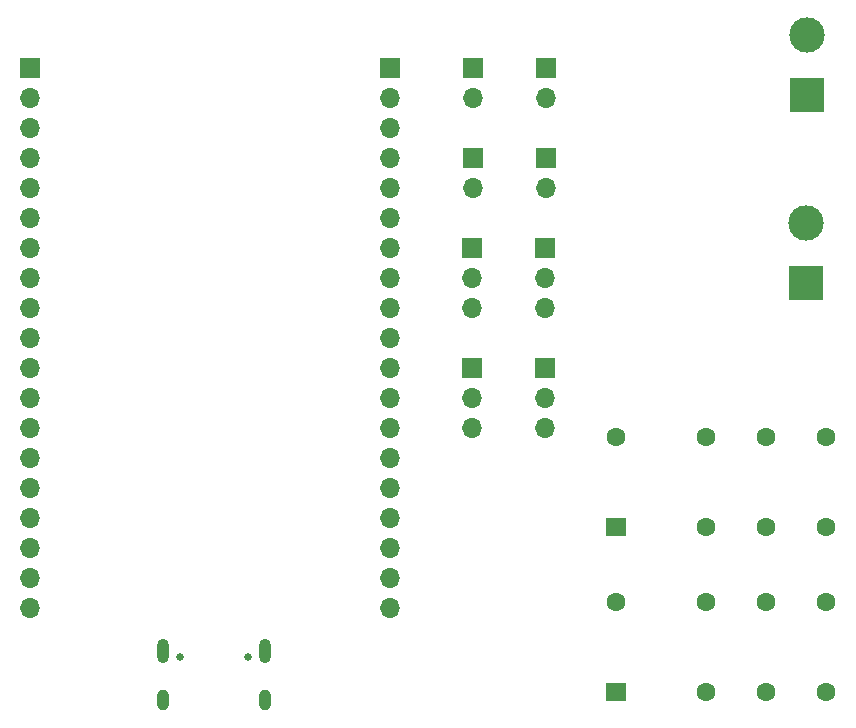
<source format=gbr>
%TF.GenerationSoftware,KiCad,Pcbnew,7.0.1*%
%TF.CreationDate,2023-03-24T11:50:05-04:00*%
%TF.ProjectId,esp,6573702e-6b69-4636-9164-5f7063625858,1.0*%
%TF.SameCoordinates,Original*%
%TF.FileFunction,Soldermask,Bot*%
%TF.FilePolarity,Negative*%
%FSLAX46Y46*%
G04 Gerber Fmt 4.6, Leading zero omitted, Abs format (unit mm)*
G04 Created by KiCad (PCBNEW 7.0.1) date 2023-03-24 11:50:05*
%MOMM*%
%LPD*%
G01*
G04 APERTURE LIST*
%ADD10R,3.000000X3.000000*%
%ADD11C,3.000000*%
%ADD12R,1.700000X1.700000*%
%ADD13O,1.700000X1.700000*%
%ADD14C,1.600000*%
%ADD15R,1.800000X1.600000*%
%ADD16C,0.650000*%
%ADD17O,1.000000X2.100000*%
%ADD18O,1.000000X1.800000*%
G04 APERTURE END LIST*
D10*
%TO.C,J2*%
X188975000Y-71705000D03*
D11*
X188975000Y-66625000D03*
%TD*%
D12*
%TO.C,J8*%
X166869534Y-77038200D03*
D13*
X166869534Y-79578200D03*
%TD*%
D10*
%TO.C,J1*%
X188900000Y-87675000D03*
D11*
X188900000Y-82595000D03*
%TD*%
D12*
%TO.C,J4*%
X160722734Y-77048200D03*
D13*
X160722734Y-79588200D03*
%TD*%
D14*
%TO.C,K1*%
X180463300Y-108283900D03*
X185543300Y-108283900D03*
X190623300Y-108283900D03*
X180463300Y-100663900D03*
X185543300Y-100663900D03*
X190623300Y-100663900D03*
D15*
X172843300Y-108283900D03*
D14*
X172843300Y-100663900D03*
%TD*%
D12*
%TO.C,J9*%
X160646534Y-84683600D03*
D13*
X160646534Y-87223600D03*
X160646534Y-89763600D03*
%TD*%
D12*
%TO.C,J7*%
X160722734Y-69428200D03*
D13*
X160722734Y-71968200D03*
%TD*%
D12*
%TO.C,J6*%
X166793334Y-94843600D03*
D13*
X166793334Y-97383600D03*
X166793334Y-99923600D03*
%TD*%
D12*
%TO.C,J3*%
X166869534Y-69428200D03*
D13*
X166869534Y-71968200D03*
%TD*%
D16*
%TO.C,P1*%
X135870200Y-119264200D03*
X141650200Y-119264200D03*
D17*
X134440200Y-118764200D03*
D18*
X134440200Y-122944200D03*
D17*
X143080200Y-118764200D03*
D18*
X143080200Y-122944200D03*
%TD*%
D14*
%TO.C,K2*%
X180416200Y-122250200D03*
X185496200Y-122250200D03*
X190576200Y-122250200D03*
X180416200Y-114630200D03*
X185496200Y-114630200D03*
X190576200Y-114630200D03*
D15*
X172796200Y-122250200D03*
D14*
X172796200Y-114630200D03*
%TD*%
D12*
%TO.C,J10*%
X160646534Y-94843600D03*
D13*
X160646534Y-97383600D03*
X160646534Y-99923600D03*
%TD*%
D12*
%TO.C,J11*%
X123240800Y-69453600D03*
D13*
X123240800Y-71993600D03*
X123240800Y-74533600D03*
X123240800Y-77073600D03*
X123240800Y-79613600D03*
X123240800Y-82153600D03*
X123240800Y-84693600D03*
X123240800Y-87233600D03*
X123240800Y-89773600D03*
X123240800Y-92313600D03*
X123240800Y-94853600D03*
X123240800Y-97393600D03*
X123240800Y-99933600D03*
X123240800Y-102473600D03*
X123240800Y-105013600D03*
X123240800Y-107553600D03*
X123240800Y-110093600D03*
X123240800Y-112633600D03*
X123240800Y-115173600D03*
%TD*%
D12*
%TO.C,J5*%
X166793334Y-84683600D03*
D13*
X166793334Y-87223600D03*
X166793334Y-89763600D03*
%TD*%
D12*
%TO.C,J12*%
X153720800Y-69453600D03*
D13*
X153720800Y-71993600D03*
X153720800Y-74533600D03*
X153720800Y-77073600D03*
X153720800Y-79613600D03*
X153720800Y-82153600D03*
X153720800Y-84693600D03*
X153720800Y-87233600D03*
X153720800Y-89773600D03*
X153720800Y-92313600D03*
X153720800Y-94853600D03*
X153720800Y-97393600D03*
X153720800Y-99933600D03*
X153720800Y-102473600D03*
X153720800Y-105013600D03*
X153720800Y-107553600D03*
X153720800Y-110093600D03*
X153720800Y-112633600D03*
X153720800Y-115173600D03*
%TD*%
M02*

</source>
